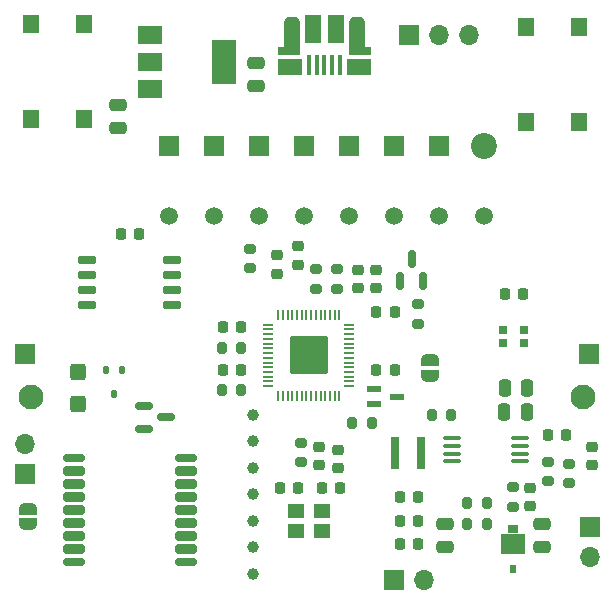
<source format=gbr>
%TF.GenerationSoftware,KiCad,Pcbnew,8.0.4*%
%TF.CreationDate,2024-07-20T20:35:12+02:00*%
%TF.ProjectId,pico-HABakuk,7069636f-2d48-4414-9261-6b756b2e6b69,REV1*%
%TF.SameCoordinates,Original*%
%TF.FileFunction,Soldermask,Top*%
%TF.FilePolarity,Negative*%
%FSLAX46Y46*%
G04 Gerber Fmt 4.6, Leading zero omitted, Abs format (unit mm)*
G04 Created by KiCad (PCBNEW 8.0.4) date 2024-07-20 20:35:12*
%MOMM*%
%LPD*%
G01*
G04 APERTURE LIST*
G04 Aperture macros list*
%AMRoundRect*
0 Rectangle with rounded corners*
0 $1 Rounding radius*
0 $2 $3 $4 $5 $6 $7 $8 $9 X,Y pos of 4 corners*
0 Add a 4 corners polygon primitive as box body*
4,1,4,$2,$3,$4,$5,$6,$7,$8,$9,$2,$3,0*
0 Add four circle primitives for the rounded corners*
1,1,$1+$1,$2,$3*
1,1,$1+$1,$4,$5*
1,1,$1+$1,$6,$7*
1,1,$1+$1,$8,$9*
0 Add four rect primitives between the rounded corners*
20,1,$1+$1,$2,$3,$4,$5,0*
20,1,$1+$1,$4,$5,$6,$7,0*
20,1,$1+$1,$6,$7,$8,$9,0*
20,1,$1+$1,$8,$9,$2,$3,0*%
%AMFreePoly0*
4,1,19,0.500000,-0.750000,0.000000,-0.750000,0.000000,-0.744911,-0.071157,-0.744911,-0.207708,-0.704816,-0.327430,-0.627875,-0.420627,-0.520320,-0.479746,-0.390866,-0.500000,-0.250000,-0.500000,0.250000,-0.479746,0.390866,-0.420627,0.520320,-0.327430,0.627875,-0.207708,0.704816,-0.071157,0.744911,0.000000,0.744911,0.000000,0.750000,0.500000,0.750000,0.500000,-0.750000,0.500000,-0.750000,
$1*%
%AMFreePoly1*
4,1,19,0.000000,0.744911,0.071157,0.744911,0.207708,0.704816,0.327430,0.627875,0.420627,0.520320,0.479746,0.390866,0.500000,0.250000,0.500000,-0.250000,0.479746,-0.390866,0.420627,-0.520320,0.327430,-0.627875,0.207708,-0.704816,0.071157,-0.744911,0.000000,-0.744911,0.000000,-0.750000,-0.500000,-0.750000,-0.500000,0.750000,0.000000,0.750000,0.000000,0.744911,0.000000,0.744911,
$1*%
G04 Aperture macros list end*
%ADD10RoundRect,0.250000X-0.475000X0.250000X-0.475000X-0.250000X0.475000X-0.250000X0.475000X0.250000X0*%
%ADD11R,0.400000X1.750000*%
%ADD12R,1.825000X0.700000*%
%ADD13R,2.000000X1.460000*%
%ADD14RoundRect,0.384800X0.265200X1.240200X-0.265200X1.240200X-0.265200X-1.240200X0.265200X-1.240200X0*%
%ADD15O,1.300000X1.800000*%
%ADD16O,1.050000X1.450000*%
%ADD17R,1.425000X2.400000*%
%ADD18RoundRect,0.225000X0.250000X-0.225000X0.250000X0.225000X-0.250000X0.225000X-0.250000X-0.225000X0*%
%ADD19RoundRect,0.225000X0.225000X0.250000X-0.225000X0.250000X-0.225000X-0.250000X0.225000X-0.250000X0*%
%ADD20R,2.000000X1.500000*%
%ADD21R,2.000000X3.800000*%
%ADD22RoundRect,0.150000X-0.650000X-0.150000X0.650000X-0.150000X0.650000X0.150000X-0.650000X0.150000X0*%
%ADD23RoundRect,0.200000X0.275000X-0.200000X0.275000X0.200000X-0.275000X0.200000X-0.275000X-0.200000X0*%
%ADD24RoundRect,0.225000X-0.225000X-0.250000X0.225000X-0.250000X0.225000X0.250000X-0.225000X0.250000X0*%
%ADD25RoundRect,0.225000X-0.250000X0.225000X-0.250000X-0.225000X0.250000X-0.225000X0.250000X0.225000X0*%
%ADD26RoundRect,0.200000X-0.275000X0.200000X-0.275000X-0.200000X0.275000X-0.200000X0.275000X0.200000X0*%
%ADD27RoundRect,0.050000X-0.387500X-0.050000X0.387500X-0.050000X0.387500X0.050000X-0.387500X0.050000X0*%
%ADD28RoundRect,0.050000X-0.050000X-0.387500X0.050000X-0.387500X0.050000X0.387500X-0.050000X0.387500X0*%
%ADD29RoundRect,0.144000X-1.456000X-1.456000X1.456000X-1.456000X1.456000X1.456000X-1.456000X1.456000X0*%
%ADD30R,0.800000X2.700000*%
%ADD31RoundRect,0.200000X0.200000X0.275000X-0.200000X0.275000X-0.200000X-0.275000X0.200000X-0.275000X0*%
%ADD32C,2.100000*%
%ADD33R,1.700000X1.700000*%
%ADD34C,1.000000*%
%ADD35FreePoly0,90.000000*%
%ADD36FreePoly1,90.000000*%
%ADD37C,1.500000*%
%ADD38RoundRect,0.200000X-0.200000X-0.275000X0.200000X-0.275000X0.200000X0.275000X-0.200000X0.275000X0*%
%ADD39RoundRect,0.150000X-0.587500X-0.150000X0.587500X-0.150000X0.587500X0.150000X-0.587500X0.150000X0*%
%ADD40RoundRect,0.250000X-0.425000X0.450000X-0.425000X-0.450000X0.425000X-0.450000X0.425000X0.450000X0*%
%ADD41RoundRect,0.250000X-0.250000X-0.475000X0.250000X-0.475000X0.250000X0.475000X-0.250000X0.475000X0*%
%ADD42R,1.200000X0.500000*%
%ADD43R,1.400000X1.200000*%
%ADD44O,1.700000X1.700000*%
%ADD45R,0.700000X0.700000*%
%ADD46FreePoly0,270.000000*%
%ADD47FreePoly1,270.000000*%
%ADD48RoundRect,0.100000X-0.637500X-0.100000X0.637500X-0.100000X0.637500X0.100000X-0.637500X0.100000X0*%
%ADD49C,2.200000*%
%ADD50RoundRect,0.175000X0.725000X0.175000X-0.725000X0.175000X-0.725000X-0.175000X0.725000X-0.175000X0*%
%ADD51RoundRect,0.200000X0.700000X0.200000X-0.700000X0.200000X-0.700000X-0.200000X0.700000X-0.200000X0*%
%ADD52R,1.400000X1.600000*%
%ADD53RoundRect,0.150000X0.150000X-0.587500X0.150000X0.587500X-0.150000X0.587500X-0.150000X-0.587500X0*%
%ADD54RoundRect,0.112500X0.112500X0.237500X-0.112500X0.237500X-0.112500X-0.237500X0.112500X-0.237500X0*%
%ADD55R,0.850000X0.750000*%
%ADD56R,0.550000X0.700000*%
%ADD57R,2.040000X1.800000*%
G04 APERTURE END LIST*
D10*
X95508000Y-77145000D03*
X95508000Y-75245000D03*
D11*
X102625000Y-75375000D03*
X101975000Y-75375000D03*
X101325000Y-75375000D03*
X100675000Y-75375000D03*
X100025000Y-75375000D03*
D12*
X104312500Y-74250000D03*
D13*
X104225000Y-75580000D03*
D14*
X104050000Y-72975000D03*
D15*
X104050000Y-72550000D03*
D16*
X103750000Y-75580000D03*
D17*
X102287500Y-72350000D03*
X100362500Y-72350000D03*
D16*
X98900000Y-75580000D03*
D14*
X98600000Y-72975000D03*
D15*
X98600000Y-72550000D03*
D13*
X98425000Y-75580000D03*
D12*
X98337500Y-74250000D03*
D18*
X105664000Y-94290000D03*
X105664000Y-92740000D03*
X104140000Y-94290000D03*
X104140000Y-92740000D03*
D19*
X94290000Y-101200000D03*
X92740000Y-101200000D03*
X85611000Y-89748000D03*
X84061000Y-89748000D03*
D20*
X86516000Y-72879000D03*
X86516000Y-75179000D03*
D21*
X92816000Y-75179000D03*
D20*
X86516000Y-77479000D03*
D22*
X81236000Y-91907000D03*
X81236000Y-93177000D03*
X81236000Y-94447000D03*
X81236000Y-95717000D03*
X88436000Y-95717000D03*
X88436000Y-94447000D03*
X88436000Y-93177000D03*
X88436000Y-91907000D03*
D23*
X94996000Y-92605000D03*
X94996000Y-90955000D03*
D18*
X99060000Y-92301000D03*
X99060000Y-90751000D03*
D24*
X105710000Y-101200000D03*
X107260000Y-101200000D03*
D25*
X100838000Y-107725000D03*
X100838000Y-109275000D03*
D26*
X100584000Y-92690000D03*
X100584000Y-94340000D03*
D25*
X102500000Y-107975000D03*
X102500000Y-109525000D03*
D10*
X83824000Y-78801000D03*
X83824000Y-80701000D03*
D19*
X94290000Y-97622000D03*
X92740000Y-97622000D03*
D24*
X116573000Y-94828000D03*
X118123000Y-94828000D03*
D27*
X96562500Y-97400000D03*
X96562500Y-97800000D03*
X96562500Y-98200000D03*
X96562500Y-98600000D03*
X96562500Y-99000000D03*
X96562500Y-99400000D03*
X96562500Y-99800000D03*
X96562500Y-100200000D03*
X96562500Y-100600000D03*
X96562500Y-101000000D03*
X96562500Y-101400000D03*
X96562500Y-101800000D03*
X96562500Y-102200000D03*
X96562500Y-102600000D03*
D28*
X97400000Y-103437500D03*
X97800000Y-103437500D03*
X98200000Y-103437500D03*
X98600000Y-103437500D03*
X99000000Y-103437500D03*
X99400000Y-103437500D03*
X99800000Y-103437500D03*
X100200000Y-103437500D03*
X100600000Y-103437500D03*
X101000000Y-103437500D03*
X101400000Y-103437500D03*
X101800000Y-103437500D03*
X102200000Y-103437500D03*
X102600000Y-103437500D03*
D27*
X103437500Y-102600000D03*
X103437500Y-102200000D03*
X103437500Y-101800000D03*
X103437500Y-101400000D03*
X103437500Y-101000000D03*
X103437500Y-100600000D03*
X103437500Y-100200000D03*
X103437500Y-99800000D03*
X103437500Y-99400000D03*
X103437500Y-99000000D03*
X103437500Y-98600000D03*
X103437500Y-98200000D03*
X103437500Y-97800000D03*
X103437500Y-97400000D03*
D28*
X102600000Y-96562500D03*
X102200000Y-96562500D03*
X101800000Y-96562500D03*
X101400000Y-96562500D03*
X101000000Y-96562500D03*
X100600000Y-96562500D03*
X100200000Y-96562500D03*
X99800000Y-96562500D03*
X99400000Y-96562500D03*
X99000000Y-96562500D03*
X98600000Y-96562500D03*
X98200000Y-96562500D03*
X97800000Y-96562500D03*
X97400000Y-96562500D03*
D29*
X100000000Y-100000000D03*
D26*
X102362000Y-92690000D03*
X102362000Y-94340000D03*
D18*
X97282000Y-93063000D03*
X97282000Y-91513000D03*
D24*
X105710000Y-96352000D03*
X107260000Y-96352000D03*
D10*
X119750000Y-114300000D03*
X119750000Y-116200000D03*
D30*
X107314000Y-108250000D03*
X109514000Y-108250000D03*
D31*
X115075000Y-114250000D03*
X113425000Y-114250000D03*
D32*
X123250000Y-103500000D03*
D33*
X95762000Y-82291000D03*
D34*
X95250000Y-111750000D03*
D23*
X120250000Y-110639000D03*
X120250000Y-108989000D03*
D35*
X110236000Y-101716000D03*
D36*
X110236000Y-100416000D03*
D37*
X95758000Y-88224000D03*
D19*
X99073000Y-111234000D03*
X97523000Y-111234000D03*
D24*
X107725000Y-112000000D03*
X109275000Y-112000000D03*
D34*
X95250000Y-105000000D03*
D38*
X92647000Y-102956000D03*
X94297000Y-102956000D03*
D34*
X95250000Y-109500000D03*
D39*
X86062500Y-104300000D03*
X86062500Y-106200000D03*
X87937500Y-105250000D03*
D40*
X80500000Y-101400000D03*
X80500000Y-104100000D03*
D37*
X88138000Y-88224000D03*
D33*
X99572000Y-82291000D03*
D37*
X99568000Y-88224000D03*
D33*
X123698000Y-99908000D03*
D38*
X92647000Y-99400000D03*
X94297000Y-99400000D03*
D37*
X114808000Y-88224000D03*
D41*
X116600000Y-102750000D03*
X118500000Y-102750000D03*
D42*
X105550000Y-102850000D03*
X105550000Y-104150000D03*
X107450000Y-103500000D03*
D24*
X101079000Y-111234000D03*
X102629000Y-111234000D03*
D43*
X98900000Y-114884000D03*
X101100000Y-114884000D03*
X101100000Y-113184000D03*
X98900000Y-113184000D03*
D32*
X76500000Y-103500000D03*
D33*
X91952000Y-82291000D03*
X75946000Y-99908000D03*
X123775000Y-114500000D03*
D44*
X123775000Y-117040000D03*
D25*
X118750000Y-111225000D03*
X118750000Y-112775000D03*
D45*
X118263000Y-98934000D03*
X118263000Y-97834000D03*
X116433000Y-97834000D03*
X116433000Y-98934000D03*
D46*
X76200000Y-112974000D03*
D47*
X76200000Y-114274000D03*
D48*
X112137500Y-107025000D03*
X112137500Y-107675000D03*
X112137500Y-108325000D03*
X112137500Y-108975000D03*
X117862500Y-108975000D03*
X117862500Y-108325000D03*
X117862500Y-107675000D03*
X117862500Y-107025000D03*
D25*
X124000000Y-107725000D03*
X124000000Y-109275000D03*
D37*
X107188000Y-88224000D03*
X91948000Y-88224000D03*
X103378000Y-88224000D03*
D49*
X114812000Y-82291000D03*
D34*
X95250000Y-116250000D03*
D38*
X103675000Y-105750000D03*
X105325000Y-105750000D03*
D34*
X95250000Y-107250000D03*
D10*
X111500000Y-114300000D03*
X111500000Y-116200000D03*
D50*
X89586000Y-117516000D03*
D51*
X89586000Y-116416000D03*
X89586000Y-115316000D03*
X89586000Y-114216000D03*
X89586000Y-113116000D03*
X89586000Y-112016000D03*
X89586000Y-110916000D03*
X89586000Y-109816000D03*
D50*
X89586000Y-108716000D03*
X80086000Y-108716000D03*
D51*
X80086000Y-109816000D03*
X80086000Y-110916000D03*
X80086000Y-112016000D03*
X80086000Y-113116000D03*
X80086000Y-114216000D03*
X80086000Y-115316000D03*
X80086000Y-116416000D03*
D50*
X80086000Y-117516000D03*
D33*
X75975000Y-110000000D03*
D44*
X75975000Y-107460000D03*
D23*
X109220000Y-97325000D03*
X109220000Y-95675000D03*
D33*
X88142000Y-82291000D03*
D38*
X113425000Y-112500000D03*
X115075000Y-112500000D03*
D52*
X76494000Y-79941000D03*
X76494000Y-71941000D03*
X80994000Y-79941000D03*
X80994000Y-71941000D03*
D24*
X107725000Y-114000000D03*
X109275000Y-114000000D03*
D53*
X107762000Y-93687500D03*
X109662000Y-93687500D03*
X108712000Y-91812500D03*
D24*
X120225000Y-106750000D03*
X121775000Y-106750000D03*
D26*
X122000000Y-109175000D03*
X122000000Y-110825000D03*
X117250000Y-111175000D03*
X117250000Y-112825000D03*
D24*
X107725000Y-116000000D03*
X109275000Y-116000000D03*
D33*
X103382000Y-82291000D03*
X111002000Y-82291000D03*
D52*
X118404000Y-80195000D03*
X118404000Y-72195000D03*
X122904000Y-80195000D03*
X122904000Y-72195000D03*
D33*
X108462000Y-72893000D03*
D44*
X111002000Y-72893000D03*
X113542000Y-72893000D03*
D38*
X110425000Y-105000000D03*
X112075000Y-105000000D03*
D54*
X84150000Y-101250000D03*
X82850000Y-101250000D03*
X83500000Y-103250000D03*
D33*
X107250000Y-118975000D03*
D44*
X109790000Y-118975000D03*
D34*
X95250000Y-114000000D03*
D33*
X107192000Y-82291000D03*
D34*
X95250000Y-118500000D03*
D41*
X116550000Y-104750000D03*
X118450000Y-104750000D03*
D37*
X110998000Y-88224000D03*
D55*
X117250000Y-114725000D03*
D56*
X117250000Y-118050000D03*
D57*
X117250000Y-116000000D03*
D26*
X99300000Y-107409000D03*
X99300000Y-109059000D03*
M02*

</source>
